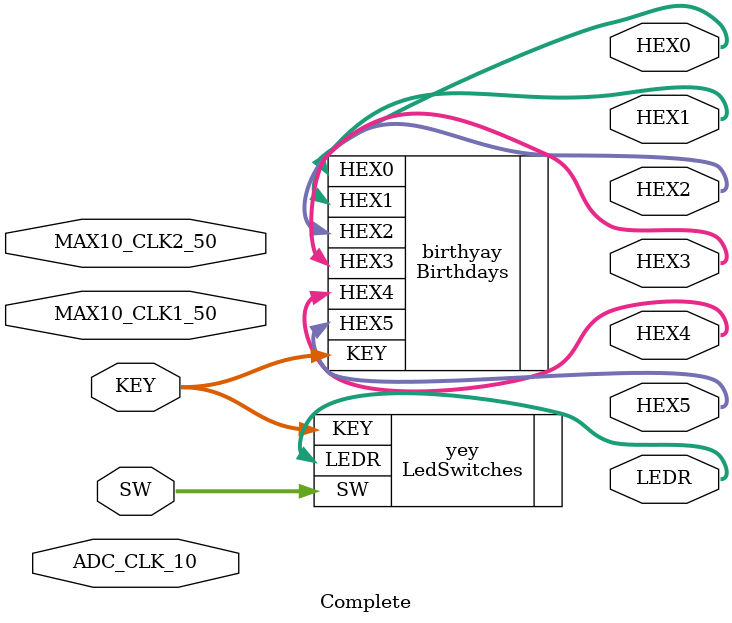
<source format=v>

module Complete(

	//////////// CLOCK //////////
	input 		          		ADC_CLK_10,
	input 		          		MAX10_CLK1_50,
	input 		          		MAX10_CLK2_50,

	//////////// SEG7 //////////
	output		     [7:0]		HEX0,
	output		     [7:0]		HEX1,
	output		     [7:0]		HEX2,
	output		     [7:0]		HEX3,
	output		     [7:0]		HEX4,
	output		     [7:0]		HEX5,

	//////////// KEY //////////
	input 		     [1:0]		KEY,

	//////////// LED //////////
	output		     [9:0]		LEDR,

	//////////// SW //////////
	input 		     [9:0]		SW
);


LedSwitches yey (
    .SW (SW),
	.KEY (KEY),
    .LEDR (LEDR)
);

Birthdays birthyay (
	.KEY (KEY),
	.HEX0 (HEX0), 
    .HEX1 (HEX1), 
    .HEX2 (HEX2), 
    .HEX3 (HEX3), 
    .HEX4 (HEX4), 
    .HEX5 (HEX5)
);
//=======================================================
//  REG/WIRE declarations
//=======================================================




//=======================================================
//  Structural coding
//=======================================================



endmodule

</source>
